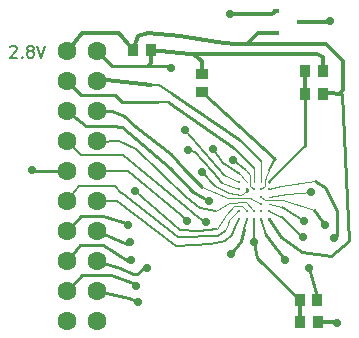
<source format=gtl>
G04 (created by PCBNEW (2013-08-24 BZR 4298)-stable) date Mon 09 Dec 2013 08:52:25 PM PST*
%MOIN*%
G04 Gerber Fmt 3.4, Leading zero omitted, Abs format*
%FSLAX34Y34*%
G01*
G70*
G90*
G04 APERTURE LIST*
%ADD10C,0.005906*%
%ADD11C,0.007874*%
%ADD12R,0.035400X0.039400*%
%ADD13R,0.039400X0.035400*%
%ADD14C,0.062992*%
%ADD15C,0.011811*%
%ADD16C,0.003937*%
%ADD17R,0.024114X0.015748*%
%ADD18C,0.027559*%
%ADD19C,0.003937*%
%ADD20C,0.011811*%
%ADD21C,0.009843*%
G04 APERTURE END LIST*
G54D10*
G54D11*
X47784Y-38987D02*
X47802Y-38968D01*
X47840Y-38949D01*
X47934Y-38949D01*
X47971Y-38968D01*
X47990Y-38987D01*
X48008Y-39024D01*
X48008Y-39062D01*
X47990Y-39118D01*
X47765Y-39343D01*
X48008Y-39343D01*
X48177Y-39305D02*
X48196Y-39324D01*
X48177Y-39343D01*
X48158Y-39324D01*
X48177Y-39305D01*
X48177Y-39343D01*
X48421Y-39118D02*
X48383Y-39099D01*
X48365Y-39080D01*
X48346Y-39043D01*
X48346Y-39024D01*
X48365Y-38987D01*
X48383Y-38968D01*
X48421Y-38949D01*
X48496Y-38949D01*
X48533Y-38968D01*
X48552Y-38987D01*
X48571Y-39024D01*
X48571Y-39043D01*
X48552Y-39080D01*
X48533Y-39099D01*
X48496Y-39118D01*
X48421Y-39118D01*
X48383Y-39137D01*
X48365Y-39155D01*
X48346Y-39193D01*
X48346Y-39268D01*
X48365Y-39305D01*
X48383Y-39324D01*
X48421Y-39343D01*
X48496Y-39343D01*
X48533Y-39324D01*
X48552Y-39305D01*
X48571Y-39268D01*
X48571Y-39193D01*
X48552Y-39155D01*
X48533Y-39137D01*
X48496Y-39118D01*
X48683Y-38949D02*
X48815Y-39343D01*
X48946Y-38949D01*
G54D12*
X57424Y-47429D03*
X58016Y-47429D03*
G54D13*
X54169Y-39885D03*
X54169Y-40477D03*
G54D12*
X57455Y-48165D03*
X58047Y-48165D03*
X52465Y-39090D03*
X51873Y-39090D03*
X58213Y-39783D03*
X57621Y-39783D03*
G54D14*
X50661Y-48102D03*
X49661Y-48102D03*
X50661Y-45102D03*
X49661Y-46102D03*
X49661Y-47102D03*
X50661Y-47102D03*
X50661Y-46102D03*
X50661Y-44102D03*
X49661Y-45102D03*
X49661Y-44102D03*
X49661Y-43102D03*
X49661Y-39102D03*
X49661Y-40102D03*
X49661Y-41102D03*
X49661Y-42102D03*
X50661Y-43102D03*
X50661Y-42102D03*
X50661Y-41102D03*
X50661Y-40102D03*
X50661Y-39102D03*
G54D12*
X57605Y-40551D03*
X58197Y-40551D03*
G54D15*
X56149Y-44460D03*
X56393Y-44460D03*
X56393Y-44704D03*
X56149Y-44704D03*
X55661Y-44460D03*
X55417Y-44460D03*
X55417Y-44704D03*
X55661Y-44704D03*
X56149Y-43728D03*
X56393Y-43728D03*
X55661Y-43728D03*
X55417Y-43728D03*
G54D16*
X56393Y-43484D03*
X56149Y-43484D03*
G54D15*
X55417Y-43484D03*
G54D16*
X55661Y-43484D03*
X55905Y-43484D03*
G54D15*
X55905Y-43728D03*
X55905Y-44460D03*
X55905Y-44704D03*
G54D16*
X56393Y-43972D03*
X56393Y-44216D03*
G54D15*
X56149Y-43972D03*
X56149Y-44216D03*
G54D17*
X56635Y-37775D03*
X56635Y-38523D03*
X57435Y-38149D03*
G54D18*
X58425Y-38110D03*
X57799Y-43814D03*
X58688Y-48188D03*
X52338Y-46350D03*
X54181Y-43161D03*
X51807Y-46074D03*
X54531Y-42377D03*
X53704Y-42421D03*
X51759Y-45480D03*
X53614Y-41740D03*
X51700Y-44905D03*
X55153Y-45877D03*
X53669Y-44799D03*
X51944Y-43779D03*
X48515Y-43070D03*
X55118Y-37889D03*
X55905Y-45472D03*
X53149Y-39685D03*
X55220Y-42748D03*
X58279Y-44921D03*
X57751Y-46354D03*
X54291Y-44818D03*
X57527Y-45311D03*
X52031Y-47500D03*
X58570Y-45366D03*
X51976Y-46948D03*
X56929Y-46092D03*
X54401Y-44118D03*
X57559Y-44771D03*
G54D19*
X56393Y-43972D02*
X56992Y-43897D01*
G54D20*
X58385Y-38149D02*
X57440Y-38149D01*
X58425Y-38110D02*
X58385Y-38149D01*
G54D21*
X57795Y-43818D02*
X57799Y-43814D01*
G54D19*
X56992Y-43897D02*
X57795Y-43818D01*
G54D20*
X58665Y-48165D02*
X58047Y-48165D01*
X58688Y-48188D02*
X58665Y-48165D01*
X55661Y-38898D02*
X56036Y-38523D01*
X56036Y-38523D02*
X56635Y-38523D01*
X52389Y-38519D02*
X53429Y-38625D01*
X54675Y-38824D02*
X53429Y-38625D01*
X55240Y-38900D02*
X55661Y-38898D01*
X55661Y-38898D02*
X55787Y-38897D01*
X55787Y-38897D02*
X58307Y-38897D01*
X58307Y-38897D02*
X58858Y-39448D01*
X58858Y-39448D02*
X58858Y-40433D01*
X58858Y-40433D02*
X58740Y-40551D01*
X58200Y-40492D02*
X58740Y-40551D01*
X54675Y-38824D02*
X55240Y-38900D01*
X52031Y-38606D02*
X52389Y-38519D01*
X52031Y-38606D02*
X51873Y-39090D01*
X49661Y-39102D02*
X49720Y-39102D01*
X49720Y-39102D02*
X50188Y-38503D01*
X50188Y-38503D02*
X51408Y-38503D01*
X51408Y-38503D02*
X51873Y-39090D01*
G54D21*
X56393Y-44704D02*
X56393Y-44712D01*
X59074Y-45448D02*
X58842Y-40566D01*
X58842Y-40566D02*
X58200Y-40492D01*
X58200Y-40492D02*
X58200Y-40492D01*
X57522Y-45810D02*
X58464Y-45948D01*
X58464Y-45948D02*
X59074Y-45448D01*
X56823Y-45325D02*
X57522Y-45810D01*
X56393Y-44712D02*
X56823Y-45325D01*
G54D20*
X57605Y-40551D02*
X57605Y-39799D01*
X57605Y-39799D02*
X57621Y-39783D01*
G54D21*
X56393Y-43484D02*
X56397Y-43484D01*
X57605Y-42276D02*
X57605Y-40551D01*
G54D10*
X56397Y-43484D02*
X57605Y-42276D01*
G54D21*
X52338Y-46350D02*
X52240Y-46350D01*
X51455Y-46354D02*
X50661Y-46102D01*
X51881Y-46543D02*
X51455Y-46354D01*
X52023Y-46543D02*
X51881Y-46543D01*
X52240Y-46350D02*
X52023Y-46543D01*
G54D19*
X55071Y-43866D02*
X54616Y-43607D01*
G54D10*
X54616Y-43607D02*
X54181Y-43161D01*
G54D21*
X55661Y-43728D02*
X55661Y-43787D01*
G54D19*
X55661Y-43787D02*
X55472Y-43909D01*
X55472Y-43909D02*
X55071Y-43866D01*
G54D21*
X52338Y-46350D02*
X52263Y-46275D01*
G54D19*
X55661Y-43484D02*
X55610Y-43433D01*
G54D10*
X54866Y-42866D02*
X54531Y-42377D01*
X55448Y-43228D02*
X54866Y-42866D01*
G54D19*
X55610Y-43433D02*
X55448Y-43228D01*
G54D21*
X50118Y-45590D02*
X49661Y-46102D01*
X51708Y-46118D02*
X50882Y-45579D01*
X50882Y-45579D02*
X50118Y-45590D01*
G54D10*
X51807Y-46074D02*
X51708Y-46118D01*
X54535Y-43140D02*
X53948Y-42488D01*
X53948Y-42488D02*
X53704Y-42421D01*
X54856Y-43516D02*
X54535Y-43140D01*
G54D19*
X55417Y-43728D02*
X54856Y-43516D01*
G54D21*
X51688Y-45551D02*
X50661Y-45102D01*
G54D10*
X51759Y-45480D02*
X51688Y-45551D01*
X54901Y-43240D02*
X53614Y-41740D01*
G54D19*
X55417Y-43484D02*
X54901Y-43240D01*
G54D21*
X50149Y-44614D02*
X49661Y-45102D01*
X51641Y-44846D02*
X50889Y-44610D01*
X50889Y-44610D02*
X50149Y-44614D01*
G54D10*
X51700Y-44905D02*
X51641Y-44846D01*
G54D11*
X50661Y-44102D02*
X51346Y-44102D01*
G54D10*
X55162Y-45242D02*
X54940Y-45448D01*
X55275Y-45000D02*
X55162Y-45242D01*
X55275Y-45000D02*
X55417Y-44704D01*
X54477Y-45566D02*
X53866Y-45570D01*
X54940Y-45448D02*
X54477Y-45566D01*
G54D11*
X53300Y-45609D02*
X53866Y-45570D01*
X51346Y-44102D02*
X53300Y-45609D01*
X51502Y-43864D02*
X51458Y-43864D01*
X50078Y-43602D02*
X49661Y-44102D01*
X51271Y-43602D02*
X50078Y-43602D01*
X51458Y-43864D02*
X51271Y-43602D01*
G54D10*
X53370Y-45332D02*
X54712Y-45283D01*
X55409Y-44468D02*
X55374Y-44468D01*
G54D19*
X55374Y-44468D02*
X55088Y-44753D01*
X55088Y-44753D02*
X55055Y-44897D01*
G54D10*
X55417Y-44460D02*
X55409Y-44468D01*
X51496Y-43858D02*
X51502Y-43864D01*
X51502Y-43864D02*
X53370Y-45332D01*
G54D19*
X54931Y-45108D02*
X55055Y-44897D01*
G54D10*
X54712Y-45283D02*
X54931Y-45108D01*
G54D21*
X55153Y-45877D02*
X55486Y-45448D01*
G54D10*
X55570Y-45068D02*
X55661Y-44704D01*
G54D21*
X55486Y-45448D02*
X55570Y-45068D01*
G54D11*
X50661Y-43102D02*
X51704Y-43102D01*
X53484Y-44590D02*
X53669Y-44799D01*
X51704Y-43102D02*
X53484Y-44590D01*
G54D10*
X55153Y-45877D02*
X55153Y-45877D01*
X55153Y-45877D02*
X55223Y-45800D01*
G54D11*
X53452Y-45078D02*
X51944Y-43779D01*
X54089Y-45121D02*
X53452Y-45078D01*
G54D21*
X48547Y-43102D02*
X49661Y-43102D01*
X48515Y-43070D02*
X48547Y-43102D01*
G54D19*
X54980Y-44576D02*
X54672Y-45067D01*
X55498Y-44297D02*
X55661Y-44460D01*
X55498Y-44297D02*
X55255Y-44299D01*
X55255Y-44299D02*
X54980Y-44576D01*
G54D10*
X54082Y-45122D02*
X54089Y-45121D01*
X54089Y-45121D02*
X54672Y-45067D01*
G54D20*
X56635Y-37775D02*
X56521Y-37889D01*
X56521Y-37889D02*
X55118Y-37889D01*
G54D21*
X52389Y-39610D02*
X53074Y-39610D01*
X53074Y-39610D02*
X53149Y-39685D01*
X55905Y-45472D02*
X55952Y-45673D01*
X56023Y-46028D02*
X57424Y-47429D01*
X55952Y-45673D02*
X56023Y-46028D01*
G54D10*
X55905Y-44704D02*
X55905Y-45472D01*
G54D19*
X55905Y-43728D02*
X55787Y-43610D01*
X55787Y-43610D02*
X55787Y-43307D01*
X55787Y-43307D02*
X55787Y-43267D01*
X55787Y-43267D02*
X55629Y-43070D01*
G54D10*
X55629Y-43070D02*
X55220Y-42748D01*
G54D20*
X52465Y-39090D02*
X52465Y-39534D01*
G54D21*
X51169Y-39610D02*
X50661Y-39102D01*
X52389Y-39610D02*
X51169Y-39610D01*
G54D20*
X52465Y-39534D02*
X52389Y-39610D01*
X53759Y-39212D02*
X58019Y-39212D01*
X58213Y-39323D02*
X58213Y-39783D01*
X58019Y-39212D02*
X58213Y-39323D01*
X54169Y-39885D02*
X54169Y-39460D01*
X53858Y-39212D02*
X53759Y-39212D01*
X53759Y-39212D02*
X52465Y-39090D01*
X54169Y-39460D02*
X53858Y-39212D01*
X57455Y-48165D02*
X57455Y-47460D01*
X57455Y-47460D02*
X57424Y-47429D01*
G54D21*
X50661Y-41102D02*
X51185Y-41102D01*
X51185Y-41102D02*
X51570Y-41295D01*
X51570Y-41295D02*
X51964Y-41641D01*
X51964Y-41641D02*
X53134Y-42553D01*
X53134Y-42553D02*
X53614Y-43074D01*
X53614Y-43074D02*
X54161Y-43665D01*
G54D19*
X54161Y-43665D02*
X55027Y-44019D01*
X55027Y-44019D02*
X55779Y-44023D01*
X55779Y-44023D02*
X56149Y-44216D01*
X56149Y-43972D02*
X56271Y-44094D01*
X56271Y-44094D02*
X56860Y-44094D01*
G54D21*
X57905Y-44409D02*
X58279Y-44921D01*
G54D19*
X56860Y-44094D02*
X57905Y-44409D01*
G54D21*
X57751Y-46354D02*
X58041Y-47404D01*
X58041Y-47404D02*
X58016Y-47429D01*
G54D19*
X56149Y-43728D02*
X56261Y-43608D01*
G54D10*
X56393Y-43097D02*
X56604Y-42716D01*
G54D19*
X56307Y-43318D02*
X56393Y-43097D01*
X56267Y-43444D02*
X56307Y-43318D01*
X56261Y-43608D02*
X56267Y-43444D01*
G54D21*
X56604Y-42716D02*
X54169Y-40477D01*
G54D11*
X56826Y-44657D02*
X56818Y-44650D01*
X54090Y-44673D02*
X54291Y-44818D01*
X57527Y-45311D02*
X57527Y-45301D01*
X57527Y-45301D02*
X57478Y-45301D01*
X57478Y-45301D02*
X56826Y-44657D01*
X53644Y-44305D02*
X54090Y-44673D01*
G54D19*
X56818Y-44650D02*
X56393Y-44460D01*
G54D11*
X51535Y-42598D02*
X53644Y-44305D01*
X49661Y-42102D02*
X50157Y-42598D01*
X50157Y-42598D02*
X51535Y-42598D01*
G54D21*
X58311Y-43685D02*
X58311Y-43732D01*
X57925Y-43443D02*
X58311Y-43685D01*
G54D19*
X56803Y-43610D02*
X57925Y-43443D01*
X56411Y-43710D02*
X56803Y-43610D01*
X56393Y-43728D02*
X56411Y-43710D01*
G54D21*
X51740Y-47338D02*
X50661Y-47102D01*
X52031Y-47500D02*
X51740Y-47338D01*
X58661Y-45291D02*
X58570Y-45366D01*
X58661Y-44452D02*
X58661Y-45291D01*
X58311Y-43732D02*
X58661Y-44452D01*
X49661Y-47102D02*
X50173Y-46590D01*
X51886Y-46859D02*
X51129Y-46598D01*
X51129Y-46598D02*
X50173Y-46590D01*
X51886Y-46859D02*
X51976Y-46948D01*
G54D10*
X56149Y-44704D02*
X56309Y-45246D01*
G54D21*
X56309Y-45246D02*
X56924Y-46077D01*
G54D10*
X56924Y-46077D02*
X56929Y-46092D01*
X56929Y-46092D02*
X56929Y-46092D01*
G54D19*
X55905Y-43484D02*
X55905Y-43011D01*
G54D10*
X55905Y-43011D02*
X55251Y-42358D01*
G54D21*
X55251Y-42358D02*
X53041Y-40826D01*
G54D10*
X53041Y-40826D02*
X52692Y-40822D01*
G54D21*
X52692Y-40822D02*
X51511Y-40822D01*
X51511Y-40822D02*
X51275Y-40586D01*
X51275Y-40586D02*
X50145Y-40586D01*
X50145Y-40586D02*
X49661Y-40102D01*
G54D20*
X52476Y-40251D02*
X50712Y-40051D01*
X50712Y-40051D02*
X50661Y-40102D01*
G54D10*
X52445Y-40251D02*
X52755Y-40251D01*
X52755Y-40251D02*
X53125Y-40518D01*
G54D21*
X53125Y-40518D02*
X55448Y-42082D01*
G54D10*
X55448Y-42082D02*
X56149Y-42783D01*
G54D19*
X56149Y-42783D02*
X56149Y-43484D01*
G54D21*
X49661Y-41102D02*
X49661Y-41118D01*
X49661Y-41118D02*
X50311Y-41614D01*
X50311Y-41614D02*
X51177Y-41614D01*
X51177Y-41614D02*
X51511Y-41665D01*
X51511Y-41665D02*
X53093Y-43034D01*
X53093Y-43034D02*
X53870Y-43814D01*
X53870Y-43814D02*
X54401Y-44118D01*
G54D10*
X57559Y-44771D02*
X56842Y-44311D01*
G54D19*
X56842Y-44311D02*
X56393Y-44216D01*
G54D11*
X53653Y-43988D02*
X54094Y-44362D01*
G54D19*
X55893Y-44460D02*
X55625Y-44167D01*
X55625Y-44167D02*
X55074Y-44169D01*
X55074Y-44169D02*
X54636Y-44454D01*
G54D11*
X54636Y-44454D02*
X54119Y-44362D01*
G54D10*
X55905Y-44460D02*
X55893Y-44460D01*
G54D11*
X51984Y-42393D02*
X53653Y-43988D01*
X50700Y-42141D02*
X51421Y-42126D01*
X51421Y-42126D02*
X51984Y-42393D01*
X50700Y-42141D02*
X50661Y-42102D01*
G54D10*
X54094Y-44362D02*
X54119Y-44362D01*
M02*

</source>
